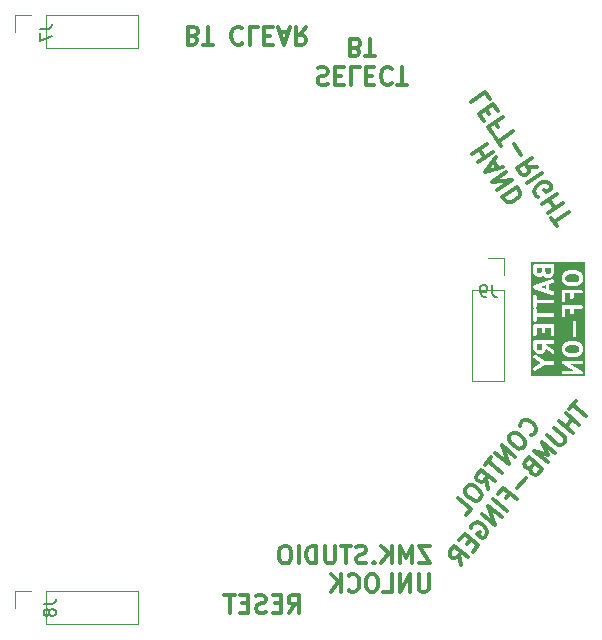
<source format=gbr>
G04 #@! TF.GenerationSoftware,KiCad,Pcbnew,9.0.2*
G04 #@! TF.CreationDate,2025-10-10T20:33:48-04:00*
G04 #@! TF.ProjectId,Trackball,54726163-6b62-4616-9c6c-2e6b69636164,rev?*
G04 #@! TF.SameCoordinates,Original*
G04 #@! TF.FileFunction,Legend,Bot*
G04 #@! TF.FilePolarity,Positive*
%FSLAX46Y46*%
G04 Gerber Fmt 4.6, Leading zero omitted, Abs format (unit mm)*
G04 Created by KiCad (PCBNEW 9.0.2) date 2025-10-10 20:33:48*
%MOMM*%
%LPD*%
G01*
G04 APERTURE LIST*
%ADD10C,0.300000*%
%ADD11C,0.150000*%
%ADD12C,0.120000*%
G04 APERTURE END LIST*
D10*
X73435714Y-60285516D02*
X73650000Y-60214087D01*
X73650000Y-60214087D02*
X74007142Y-60214087D01*
X74007142Y-60214087D02*
X74150000Y-60285516D01*
X74150000Y-60285516D02*
X74221428Y-60356944D01*
X74221428Y-60356944D02*
X74292857Y-60499801D01*
X74292857Y-60499801D02*
X74292857Y-60642658D01*
X74292857Y-60642658D02*
X74221428Y-60785516D01*
X74221428Y-60785516D02*
X74150000Y-60856944D01*
X74150000Y-60856944D02*
X74007142Y-60928373D01*
X74007142Y-60928373D02*
X73721428Y-60999801D01*
X73721428Y-60999801D02*
X73578571Y-61071230D01*
X73578571Y-61071230D02*
X73507142Y-61142658D01*
X73507142Y-61142658D02*
X73435714Y-61285516D01*
X73435714Y-61285516D02*
X73435714Y-61428373D01*
X73435714Y-61428373D02*
X73507142Y-61571230D01*
X73507142Y-61571230D02*
X73578571Y-61642658D01*
X73578571Y-61642658D02*
X73721428Y-61714087D01*
X73721428Y-61714087D02*
X74078571Y-61714087D01*
X74078571Y-61714087D02*
X74292857Y-61642658D01*
X74935713Y-60999801D02*
X75435713Y-60999801D01*
X75649999Y-60214087D02*
X74935713Y-60214087D01*
X74935713Y-60214087D02*
X74935713Y-61714087D01*
X74935713Y-61714087D02*
X75649999Y-61714087D01*
X77007142Y-60214087D02*
X76292856Y-60214087D01*
X76292856Y-60214087D02*
X76292856Y-61714087D01*
X77507142Y-60999801D02*
X78007142Y-60999801D01*
X78221428Y-60214087D02*
X77507142Y-60214087D01*
X77507142Y-60214087D02*
X77507142Y-61714087D01*
X77507142Y-61714087D02*
X78221428Y-61714087D01*
X79721428Y-60356944D02*
X79650000Y-60285516D01*
X79650000Y-60285516D02*
X79435714Y-60214087D01*
X79435714Y-60214087D02*
X79292857Y-60214087D01*
X79292857Y-60214087D02*
X79078571Y-60285516D01*
X79078571Y-60285516D02*
X78935714Y-60428373D01*
X78935714Y-60428373D02*
X78864285Y-60571230D01*
X78864285Y-60571230D02*
X78792857Y-60856944D01*
X78792857Y-60856944D02*
X78792857Y-61071230D01*
X78792857Y-61071230D02*
X78864285Y-61356944D01*
X78864285Y-61356944D02*
X78935714Y-61499801D01*
X78935714Y-61499801D02*
X79078571Y-61642658D01*
X79078571Y-61642658D02*
X79292857Y-61714087D01*
X79292857Y-61714087D02*
X79435714Y-61714087D01*
X79435714Y-61714087D02*
X79650000Y-61642658D01*
X79650000Y-61642658D02*
X79721428Y-61571230D01*
X80150000Y-61714087D02*
X81007143Y-61714087D01*
X80578571Y-60214087D02*
X80578571Y-61714087D01*
X76685714Y-58584885D02*
X76900000Y-58513457D01*
X76900000Y-58513457D02*
X76971429Y-58442028D01*
X76971429Y-58442028D02*
X77042857Y-58299171D01*
X77042857Y-58299171D02*
X77042857Y-58084885D01*
X77042857Y-58084885D02*
X76971429Y-57942028D01*
X76971429Y-57942028D02*
X76900000Y-57870600D01*
X76900000Y-57870600D02*
X76757143Y-57799171D01*
X76757143Y-57799171D02*
X76185714Y-57799171D01*
X76185714Y-57799171D02*
X76185714Y-59299171D01*
X76185714Y-59299171D02*
X76685714Y-59299171D01*
X76685714Y-59299171D02*
X76828572Y-59227742D01*
X76828572Y-59227742D02*
X76900000Y-59156314D01*
X76900000Y-59156314D02*
X76971429Y-59013457D01*
X76971429Y-59013457D02*
X76971429Y-58870600D01*
X76971429Y-58870600D02*
X76900000Y-58727742D01*
X76900000Y-58727742D02*
X76828572Y-58656314D01*
X76828572Y-58656314D02*
X76685714Y-58584885D01*
X76685714Y-58584885D02*
X76185714Y-58584885D01*
X77471429Y-59299171D02*
X78328572Y-59299171D01*
X77900000Y-57799171D02*
X77900000Y-59299171D01*
X91494425Y-91400485D02*
X91595056Y-91391681D01*
X91595056Y-91391681D02*
X91787513Y-91273442D01*
X91787513Y-91273442D02*
X91879340Y-91164007D01*
X91879340Y-91164007D02*
X91962363Y-90953941D01*
X91962363Y-90953941D02*
X91944755Y-90752680D01*
X91944755Y-90752680D02*
X91881233Y-90606135D01*
X91881233Y-90606135D02*
X91708277Y-90367764D01*
X91708277Y-90367764D02*
X91544124Y-90230024D01*
X91544124Y-90230024D02*
X91279341Y-90101088D01*
X91279341Y-90101088D02*
X91123993Y-90063979D01*
X91123993Y-90063979D02*
X90922731Y-90081587D01*
X90922731Y-90081587D02*
X90730273Y-90199826D01*
X90730273Y-90199826D02*
X90638447Y-90309261D01*
X90638447Y-90309261D02*
X90555424Y-90519326D01*
X90555424Y-90519326D02*
X90564228Y-90619957D01*
X89857919Y-91239457D02*
X89674265Y-91458327D01*
X89674265Y-91458327D02*
X89637156Y-91613676D01*
X89637156Y-91613676D02*
X89654764Y-91814937D01*
X89654764Y-91814937D02*
X89827720Y-92053308D01*
X89827720Y-92053308D02*
X90210743Y-92374702D01*
X90210743Y-92374702D02*
X90475526Y-92503638D01*
X90475526Y-92503638D02*
X90676788Y-92486030D01*
X90676788Y-92486030D02*
X90823332Y-92422509D01*
X90823332Y-92422509D02*
X91006986Y-92203639D01*
X91006986Y-92203639D02*
X91044095Y-92048291D01*
X91044095Y-92048291D02*
X91026487Y-91847029D01*
X91026487Y-91847029D02*
X90853530Y-91608658D01*
X90853530Y-91608658D02*
X90470508Y-91287264D01*
X90470508Y-91287264D02*
X90205725Y-91158328D01*
X90205725Y-91158328D02*
X90004463Y-91175936D01*
X90004463Y-91175936D02*
X89857919Y-91239457D01*
X90180544Y-93188553D02*
X89031477Y-92224372D01*
X89031477Y-92224372D02*
X89629583Y-93845163D01*
X89629583Y-93845163D02*
X88480517Y-92880982D01*
X88159122Y-93264004D02*
X87608162Y-93920614D01*
X89032709Y-94556490D02*
X87883642Y-93592309D01*
X87884874Y-95924427D02*
X87659093Y-95082271D01*
X88435835Y-95267817D02*
X87286768Y-94303636D01*
X87286768Y-94303636D02*
X86919461Y-94741375D01*
X86919461Y-94741375D02*
X86882351Y-94896724D01*
X86882351Y-94896724D02*
X86891155Y-94997355D01*
X86891155Y-94997355D02*
X86954677Y-95143899D01*
X86954677Y-95143899D02*
X87118829Y-95281639D01*
X87118829Y-95281639D02*
X87274178Y-95318748D01*
X87274178Y-95318748D02*
X87374809Y-95309944D01*
X87374809Y-95309944D02*
X87521353Y-95246423D01*
X87521353Y-95246423D02*
X87888660Y-94808683D01*
X86138933Y-95671572D02*
X85955279Y-95890442D01*
X85955279Y-95890442D02*
X85918170Y-96045790D01*
X85918170Y-96045790D02*
X85935778Y-96247052D01*
X85935778Y-96247052D02*
X86108735Y-96485423D01*
X86108735Y-96485423D02*
X86491757Y-96806817D01*
X86491757Y-96806817D02*
X86756540Y-96935753D01*
X86756540Y-96935753D02*
X86957802Y-96918145D01*
X86957802Y-96918145D02*
X87104346Y-96854624D01*
X87104346Y-96854624D02*
X87288000Y-96635754D01*
X87288000Y-96635754D02*
X87325109Y-96480405D01*
X87325109Y-96480405D02*
X87307501Y-96279144D01*
X87307501Y-96279144D02*
X87134544Y-96040773D01*
X87134544Y-96040773D02*
X86751522Y-95719379D01*
X86751522Y-95719379D02*
X86486739Y-95590443D01*
X86486739Y-95590443D02*
X86285477Y-95608051D01*
X86285477Y-95608051D02*
X86138933Y-95671572D01*
X86002424Y-98167843D02*
X86461558Y-97620668D01*
X86461558Y-97620668D02*
X85312491Y-96656487D01*
X95312054Y-88496415D02*
X94761093Y-89153024D01*
X96185640Y-89788901D02*
X95036573Y-88824719D01*
X95588766Y-90500228D02*
X94439699Y-89536046D01*
X94986874Y-89995180D02*
X94435913Y-90651790D01*
X95037805Y-91156837D02*
X93888739Y-90192656D01*
X93429604Y-90739831D02*
X94359801Y-91520359D01*
X94359801Y-91520359D02*
X94423323Y-91666903D01*
X94423323Y-91666903D02*
X94432127Y-91767534D01*
X94432127Y-91767534D02*
X94395017Y-91922882D01*
X94395017Y-91922882D02*
X94211364Y-92141752D01*
X94211364Y-92141752D02*
X94064819Y-92205273D01*
X94064819Y-92205273D02*
X93964189Y-92214077D01*
X93964189Y-92214077D02*
X93808840Y-92176968D01*
X93808840Y-92176968D02*
X92878643Y-91396440D01*
X93568576Y-92907797D02*
X92419509Y-91943615D01*
X92419509Y-91943615D02*
X92918877Y-93015339D01*
X92918877Y-93015339D02*
X91776722Y-92709660D01*
X91776722Y-92709660D02*
X92925788Y-93673841D01*
X91543368Y-94098991D02*
X91460345Y-94309057D01*
X91460345Y-94309057D02*
X91469150Y-94409687D01*
X91469150Y-94409687D02*
X91532671Y-94556232D01*
X91532671Y-94556232D02*
X91696823Y-94693972D01*
X91696823Y-94693972D02*
X91852172Y-94731081D01*
X91852172Y-94731081D02*
X91952803Y-94722277D01*
X91952803Y-94722277D02*
X92099347Y-94658756D01*
X92099347Y-94658756D02*
X92466654Y-94221016D01*
X92466654Y-94221016D02*
X91317587Y-93256835D01*
X91317587Y-93256835D02*
X90996194Y-93639857D01*
X90996194Y-93639857D02*
X90959084Y-93795205D01*
X90959084Y-93795205D02*
X90967888Y-93895836D01*
X90967888Y-93895836D02*
X91031410Y-94042380D01*
X91031410Y-94042380D02*
X91140845Y-94134207D01*
X91140845Y-94134207D02*
X91296193Y-94171316D01*
X91296193Y-94171316D02*
X91396824Y-94162512D01*
X91396824Y-94162512D02*
X91543368Y-94098991D01*
X91543368Y-94098991D02*
X91864762Y-93715969D01*
X91064733Y-95002775D02*
X90330119Y-95878255D01*
X89385438Y-96670712D02*
X89706832Y-96287689D01*
X90308724Y-96792737D02*
X89159657Y-95828555D01*
X89159657Y-95828555D02*
X88700523Y-96375730D01*
X89482283Y-97777651D02*
X88333216Y-96813469D01*
X89023149Y-98324826D02*
X87874082Y-97360644D01*
X87874082Y-97360644D02*
X88472188Y-98981435D01*
X88472188Y-98981435D02*
X87323121Y-98017254D01*
X86413657Y-99212234D02*
X86450767Y-99056886D01*
X86450767Y-99056886D02*
X86588507Y-98892733D01*
X86588507Y-98892733D02*
X86780964Y-98774494D01*
X86780964Y-98774494D02*
X86982226Y-98756886D01*
X86982226Y-98756886D02*
X87137574Y-98793996D01*
X87137574Y-98793996D02*
X87402358Y-98922932D01*
X87402358Y-98922932D02*
X87566510Y-99060672D01*
X87566510Y-99060672D02*
X87739467Y-99299043D01*
X87739467Y-99299043D02*
X87802988Y-99445587D01*
X87802988Y-99445587D02*
X87820596Y-99646849D01*
X87820596Y-99646849D02*
X87737573Y-99856915D01*
X87737573Y-99856915D02*
X87645747Y-99966350D01*
X87645747Y-99966350D02*
X87453289Y-100084589D01*
X87453289Y-100084589D02*
X87352658Y-100093393D01*
X87352658Y-100093393D02*
X86969636Y-99771999D01*
X86969636Y-99771999D02*
X87153289Y-99553129D01*
X86446980Y-100172629D02*
X86125587Y-100555652D01*
X86589738Y-101224851D02*
X87048872Y-100677677D01*
X87048872Y-100677677D02*
X85899806Y-99713495D01*
X85899806Y-99713495D02*
X85440672Y-100260670D01*
X85625557Y-102373918D02*
X85399776Y-101531762D01*
X86176518Y-101717309D02*
X85027451Y-100753127D01*
X85027451Y-100753127D02*
X84660144Y-101190867D01*
X84660144Y-101190867D02*
X84623034Y-101346215D01*
X84623034Y-101346215D02*
X84631839Y-101446846D01*
X84631839Y-101446846D02*
X84695360Y-101593390D01*
X84695360Y-101593390D02*
X84859512Y-101731130D01*
X84859512Y-101731130D02*
X85014861Y-101768240D01*
X85014861Y-101768240D02*
X85115492Y-101759436D01*
X85115492Y-101759436D02*
X85262036Y-101695914D01*
X85262036Y-101695914D02*
X85629343Y-101258175D01*
X62935714Y-57584885D02*
X63150000Y-57513457D01*
X63150000Y-57513457D02*
X63221429Y-57442028D01*
X63221429Y-57442028D02*
X63292857Y-57299171D01*
X63292857Y-57299171D02*
X63292857Y-57084885D01*
X63292857Y-57084885D02*
X63221429Y-56942028D01*
X63221429Y-56942028D02*
X63150000Y-56870600D01*
X63150000Y-56870600D02*
X63007143Y-56799171D01*
X63007143Y-56799171D02*
X62435714Y-56799171D01*
X62435714Y-56799171D02*
X62435714Y-58299171D01*
X62435714Y-58299171D02*
X62935714Y-58299171D01*
X62935714Y-58299171D02*
X63078572Y-58227742D01*
X63078572Y-58227742D02*
X63150000Y-58156314D01*
X63150000Y-58156314D02*
X63221429Y-58013457D01*
X63221429Y-58013457D02*
X63221429Y-57870600D01*
X63221429Y-57870600D02*
X63150000Y-57727742D01*
X63150000Y-57727742D02*
X63078572Y-57656314D01*
X63078572Y-57656314D02*
X62935714Y-57584885D01*
X62935714Y-57584885D02*
X62435714Y-57584885D01*
X63721429Y-58299171D02*
X64578572Y-58299171D01*
X64150000Y-56799171D02*
X64150000Y-58299171D01*
X67078571Y-56942028D02*
X67007143Y-56870600D01*
X67007143Y-56870600D02*
X66792857Y-56799171D01*
X66792857Y-56799171D02*
X66650000Y-56799171D01*
X66650000Y-56799171D02*
X66435714Y-56870600D01*
X66435714Y-56870600D02*
X66292857Y-57013457D01*
X66292857Y-57013457D02*
X66221428Y-57156314D01*
X66221428Y-57156314D02*
X66150000Y-57442028D01*
X66150000Y-57442028D02*
X66150000Y-57656314D01*
X66150000Y-57656314D02*
X66221428Y-57942028D01*
X66221428Y-57942028D02*
X66292857Y-58084885D01*
X66292857Y-58084885D02*
X66435714Y-58227742D01*
X66435714Y-58227742D02*
X66650000Y-58299171D01*
X66650000Y-58299171D02*
X66792857Y-58299171D01*
X66792857Y-58299171D02*
X67007143Y-58227742D01*
X67007143Y-58227742D02*
X67078571Y-58156314D01*
X68435714Y-56799171D02*
X67721428Y-56799171D01*
X67721428Y-56799171D02*
X67721428Y-58299171D01*
X68935714Y-57584885D02*
X69435714Y-57584885D01*
X69650000Y-56799171D02*
X68935714Y-56799171D01*
X68935714Y-56799171D02*
X68935714Y-58299171D01*
X68935714Y-58299171D02*
X69650000Y-58299171D01*
X70221429Y-57227742D02*
X70935715Y-57227742D01*
X70078572Y-56799171D02*
X70578572Y-58299171D01*
X70578572Y-58299171D02*
X71078572Y-56799171D01*
X72435714Y-56799171D02*
X71935714Y-57513457D01*
X71578571Y-56799171D02*
X71578571Y-58299171D01*
X71578571Y-58299171D02*
X72150000Y-58299171D01*
X72150000Y-58299171D02*
X72292857Y-58227742D01*
X72292857Y-58227742D02*
X72364286Y-58156314D01*
X72364286Y-58156314D02*
X72435714Y-58013457D01*
X72435714Y-58013457D02*
X72435714Y-57799171D01*
X72435714Y-57799171D02*
X72364286Y-57656314D01*
X72364286Y-57656314D02*
X72292857Y-57584885D01*
X72292857Y-57584885D02*
X72150000Y-57513457D01*
X72150000Y-57513457D02*
X71578571Y-57513457D01*
X87763269Y-66713732D02*
X86534541Y-67574097D01*
X87119649Y-67164399D02*
X87611286Y-67866529D01*
X88254906Y-67415862D02*
X87026178Y-68276227D01*
X88272569Y-68188279D02*
X88682266Y-68773387D01*
X88541694Y-67825439D02*
X87599755Y-69095379D01*
X87599755Y-69095379D02*
X89115271Y-68644591D01*
X89402059Y-69054166D02*
X88173331Y-69914531D01*
X88173331Y-69914531D02*
X89893696Y-69756297D01*
X89893696Y-69756297D02*
X88664968Y-70616661D01*
X90303393Y-70341406D02*
X89074665Y-71201770D01*
X89074665Y-71201770D02*
X89279514Y-71494325D01*
X89279514Y-71494325D02*
X89460934Y-71628888D01*
X89460934Y-71628888D02*
X89659895Y-71663970D01*
X89659895Y-71663970D02*
X89817887Y-71640541D01*
X89817887Y-71640541D02*
X90092900Y-71535173D01*
X90092900Y-71535173D02*
X90268433Y-71412264D01*
X90268433Y-71412264D02*
X90461506Y-71189874D01*
X90461506Y-71189874D02*
X90537558Y-71049424D01*
X90537558Y-71049424D02*
X90572641Y-70850462D01*
X90572641Y-70850462D02*
X90508242Y-70633960D01*
X90508242Y-70633960D02*
X90303393Y-70341406D01*
X88041208Y-62900393D02*
X87631510Y-62315284D01*
X87631510Y-62315284D02*
X86402782Y-63175649D01*
X87684377Y-63760636D02*
X87971165Y-64170212D01*
X88737694Y-63895077D02*
X88327996Y-63309969D01*
X88327996Y-63309969D02*
X87099268Y-64170333D01*
X87099268Y-64170333D02*
X87508966Y-64755442D01*
X88749590Y-65281918D02*
X88462802Y-64872342D01*
X89106421Y-64421675D02*
X87877693Y-65282040D01*
X87877693Y-65282040D02*
X88287391Y-65867149D01*
X88492239Y-66159703D02*
X88983876Y-66861833D01*
X89966786Y-65650403D02*
X88738058Y-66510768D01*
X90031306Y-66738802D02*
X90686822Y-67674976D01*
X92056243Y-68634457D02*
X91184346Y-68634578D01*
X91564606Y-67932327D02*
X90335878Y-68792691D01*
X90335878Y-68792691D02*
X90663636Y-69260778D01*
X90663636Y-69260778D02*
X90804086Y-69336830D01*
X90804086Y-69336830D02*
X90903567Y-69354371D01*
X90903567Y-69354371D02*
X91061558Y-69330943D01*
X91061558Y-69330943D02*
X91237091Y-69208033D01*
X91237091Y-69208033D02*
X91313143Y-69067583D01*
X91313143Y-69067583D02*
X91330684Y-68968102D01*
X91330684Y-68968102D02*
X91307255Y-68810111D01*
X91307255Y-68810111D02*
X90979497Y-68342024D01*
X92424971Y-69161055D02*
X91196243Y-70021419D01*
X92115118Y-71209178D02*
X91974668Y-71133126D01*
X91974668Y-71133126D02*
X91851759Y-70957593D01*
X91851759Y-70957593D02*
X91787360Y-70741091D01*
X91787360Y-70741091D02*
X91822442Y-70542130D01*
X91822442Y-70542130D02*
X91898494Y-70401679D01*
X91898494Y-70401679D02*
X92091568Y-70179290D01*
X92091568Y-70179290D02*
X92267101Y-70056380D01*
X92267101Y-70056380D02*
X92542114Y-69951012D01*
X92542114Y-69951012D02*
X92700105Y-69927584D01*
X92700105Y-69927584D02*
X92899067Y-69962666D01*
X92899067Y-69962666D02*
X93080487Y-70097229D01*
X93080487Y-70097229D02*
X93162426Y-70214250D01*
X93162426Y-70214250D02*
X93226825Y-70430753D01*
X93226825Y-70430753D02*
X93209283Y-70530233D01*
X93209283Y-70530233D02*
X92799707Y-70817022D01*
X92799707Y-70817022D02*
X92635828Y-70582978D01*
X93695033Y-70974892D02*
X92466305Y-71835256D01*
X93051413Y-71425559D02*
X93543050Y-72127689D01*
X94186670Y-71677022D02*
X92957942Y-72537387D01*
X93244730Y-72946963D02*
X93736367Y-73649093D01*
X94719277Y-72437663D02*
X93490549Y-73298028D01*
G36*
X95466997Y-83782157D02*
G01*
X95563264Y-83878424D01*
X95607971Y-83967837D01*
X95607971Y-84182732D01*
X95563264Y-84272144D01*
X95466997Y-84368411D01*
X95239506Y-84425285D01*
X94776435Y-84425285D01*
X94548944Y-84368411D01*
X94452678Y-84272145D01*
X94407971Y-84182731D01*
X94407971Y-83967838D01*
X94452678Y-83878424D01*
X94548945Y-83782157D01*
X94776435Y-83725285D01*
X95239507Y-83725285D01*
X95466997Y-83782157D01*
G37*
G36*
X92478769Y-84004161D02*
G01*
X92434062Y-84093574D01*
X92397057Y-84130579D01*
X92307645Y-84175285D01*
X92164179Y-84175285D01*
X92074766Y-84130579D01*
X92037762Y-84093575D01*
X91993055Y-84004160D01*
X91993055Y-83618142D01*
X92478769Y-83618142D01*
X92478769Y-84004161D01*
G37*
G36*
X92764484Y-78974315D02*
G01*
X92317395Y-78825286D01*
X92764484Y-78676256D01*
X92764484Y-78974315D01*
G37*
G36*
X95466997Y-77782157D02*
G01*
X95563264Y-77878424D01*
X95607971Y-77967837D01*
X95607971Y-78182732D01*
X95563264Y-78272144D01*
X95466997Y-78368411D01*
X95239506Y-78425285D01*
X94776435Y-78425285D01*
X94548944Y-78368411D01*
X94452678Y-78272145D01*
X94407971Y-78182731D01*
X94407971Y-77967838D01*
X94452678Y-77878424D01*
X94548945Y-77782157D01*
X94776435Y-77725285D01*
X95239507Y-77725285D01*
X95466997Y-77782157D01*
G37*
G36*
X93193055Y-77575590D02*
G01*
X93148348Y-77665003D01*
X93111343Y-77702008D01*
X93021931Y-77746714D01*
X92878465Y-77746714D01*
X92789051Y-77702007D01*
X92759874Y-77672830D01*
X92707341Y-77515228D01*
X92707341Y-77189571D01*
X93193055Y-77189571D01*
X93193055Y-77575590D01*
G37*
G36*
X92407341Y-77504161D02*
G01*
X92362634Y-77593575D01*
X92325630Y-77630578D01*
X92236217Y-77675286D01*
X92164179Y-77675286D01*
X92074766Y-77630579D01*
X92037762Y-77593575D01*
X91993055Y-77504161D01*
X91993055Y-77189571D01*
X92407341Y-77189571D01*
X92407341Y-77504161D01*
G37*
G36*
X96074638Y-86391952D02*
G01*
X91526388Y-86391952D01*
X91526388Y-84757205D01*
X91693092Y-84757205D01*
X91705789Y-84814337D01*
X91739382Y-84862264D01*
X91762524Y-84880406D01*
X92349374Y-85253857D01*
X91762524Y-85627308D01*
X91739382Y-85645450D01*
X91705789Y-85693377D01*
X91693092Y-85750509D01*
X91703226Y-85808152D01*
X91734648Y-85857530D01*
X91782575Y-85891123D01*
X91839707Y-85903820D01*
X91897350Y-85893686D01*
X91923586Y-85880406D01*
X92672448Y-85403857D01*
X93343055Y-85403857D01*
X93372319Y-85400975D01*
X93426391Y-85378577D01*
X93467775Y-85337193D01*
X93490173Y-85283121D01*
X93490173Y-85228619D01*
X94108337Y-85228619D01*
X94110853Y-85237843D01*
X94110853Y-85247406D01*
X94118488Y-85265838D01*
X94123737Y-85285083D01*
X94129591Y-85292642D01*
X94133251Y-85301478D01*
X94147358Y-85315585D01*
X94159572Y-85331357D01*
X94171835Y-85340062D01*
X94174635Y-85342862D01*
X94177382Y-85344000D01*
X94183550Y-85348378D01*
X95193136Y-85925285D01*
X94257971Y-85925285D01*
X94228707Y-85928167D01*
X94174635Y-85950565D01*
X94133251Y-85991949D01*
X94110853Y-86046021D01*
X94110853Y-86104549D01*
X94133251Y-86158621D01*
X94174635Y-86200005D01*
X94228707Y-86222403D01*
X94257971Y-86225285D01*
X95757971Y-86225285D01*
X95765497Y-86224543D01*
X95768449Y-86224919D01*
X95772270Y-86223876D01*
X95787235Y-86222403D01*
X95805667Y-86214767D01*
X95824912Y-86209519D01*
X95832471Y-86203664D01*
X95841307Y-86200005D01*
X95855414Y-86185897D01*
X95871186Y-86173684D01*
X95875930Y-86165381D01*
X95882691Y-86158621D01*
X95890325Y-86140190D01*
X95900224Y-86122868D01*
X95901429Y-86113382D01*
X95905089Y-86104549D01*
X95905089Y-86084599D01*
X95907605Y-86064808D01*
X95905089Y-86055582D01*
X95905089Y-86046021D01*
X95897455Y-86027592D01*
X95892206Y-86008344D01*
X95886349Y-86000782D01*
X95882691Y-85991949D01*
X95868585Y-85977843D01*
X95856370Y-85962070D01*
X95844106Y-85953364D01*
X95841307Y-85950565D01*
X95838559Y-85949426D01*
X95832392Y-85945049D01*
X94822805Y-85368142D01*
X95757971Y-85368142D01*
X95787235Y-85365260D01*
X95841307Y-85342862D01*
X95882691Y-85301478D01*
X95905089Y-85247406D01*
X95905089Y-85188878D01*
X95882691Y-85134806D01*
X95841307Y-85093422D01*
X95787235Y-85071024D01*
X95757971Y-85068142D01*
X94257971Y-85068142D01*
X94250445Y-85068883D01*
X94247494Y-85068508D01*
X94243673Y-85069550D01*
X94228707Y-85071024D01*
X94210274Y-85078659D01*
X94191030Y-85083908D01*
X94183470Y-85089762D01*
X94174635Y-85093422D01*
X94160527Y-85107529D01*
X94144756Y-85119743D01*
X94140011Y-85128045D01*
X94133251Y-85134806D01*
X94125616Y-85153236D01*
X94115718Y-85170559D01*
X94114512Y-85180044D01*
X94110853Y-85188878D01*
X94110853Y-85208827D01*
X94108337Y-85228619D01*
X93490173Y-85228619D01*
X93490173Y-85224593D01*
X93467775Y-85170521D01*
X93426391Y-85129137D01*
X93372319Y-85106739D01*
X93343055Y-85103857D01*
X92672448Y-85103857D01*
X91923586Y-84627308D01*
X91897350Y-84614028D01*
X91839707Y-84603894D01*
X91782575Y-84616591D01*
X91734648Y-84650184D01*
X91703226Y-84699562D01*
X91693092Y-84757205D01*
X91526388Y-84757205D01*
X91526388Y-83468142D01*
X91693055Y-83468142D01*
X91693055Y-84039571D01*
X91695937Y-84068835D01*
X91698000Y-84073815D01*
X91698382Y-84079190D01*
X91708891Y-84106653D01*
X91780320Y-84249510D01*
X91788248Y-84262105D01*
X91789763Y-84265762D01*
X91793142Y-84269879D01*
X91795985Y-84274396D01*
X91798979Y-84276993D01*
X91808417Y-84288493D01*
X91879845Y-84359922D01*
X91891350Y-84369364D01*
X91893945Y-84372356D01*
X91898455Y-84375195D01*
X91902576Y-84378577D01*
X91906235Y-84380092D01*
X91918830Y-84388021D01*
X92061688Y-84459449D01*
X92089151Y-84469959D01*
X92094526Y-84470340D01*
X92099505Y-84472403D01*
X92128769Y-84475285D01*
X92343055Y-84475285D01*
X92372319Y-84472403D01*
X92377297Y-84470340D01*
X92382673Y-84469959D01*
X92410137Y-84459449D01*
X92552994Y-84388021D01*
X92565587Y-84380093D01*
X92569247Y-84378578D01*
X92573366Y-84375196D01*
X92577880Y-84372356D01*
X92580476Y-84369362D01*
X92591978Y-84359923D01*
X92663407Y-84288494D01*
X92672848Y-84276989D01*
X92675840Y-84274395D01*
X92678678Y-84269885D01*
X92682062Y-84265763D01*
X92683578Y-84262101D01*
X92691505Y-84249510D01*
X92762933Y-84106652D01*
X92764247Y-84103217D01*
X93257036Y-84448170D01*
X93282662Y-84462591D01*
X93339804Y-84475250D01*
X93397440Y-84465079D01*
X93446797Y-84433626D01*
X93480361Y-84385678D01*
X93493020Y-84328536D01*
X93482849Y-84270900D01*
X93451396Y-84221543D01*
X93429074Y-84202400D01*
X93043400Y-83932428D01*
X94107971Y-83932428D01*
X94107971Y-84218142D01*
X94110853Y-84247406D01*
X94112916Y-84252386D01*
X94113298Y-84257761D01*
X94123807Y-84285224D01*
X94195236Y-84428081D01*
X94203163Y-84440674D01*
X94204679Y-84444334D01*
X94208060Y-84448453D01*
X94210901Y-84452967D01*
X94213894Y-84455563D01*
X94223334Y-84467065D01*
X94366191Y-84609922D01*
X94388921Y-84628577D01*
X94399224Y-84632844D01*
X94408185Y-84639484D01*
X94435876Y-84649377D01*
X94721590Y-84720806D01*
X94726662Y-84721556D01*
X94728707Y-84722403D01*
X94739726Y-84723488D01*
X94750679Y-84725108D01*
X94752867Y-84724782D01*
X94757971Y-84725285D01*
X95257971Y-84725285D01*
X95263074Y-84724782D01*
X95265262Y-84725108D01*
X95276213Y-84723488D01*
X95287235Y-84722403D01*
X95289279Y-84721556D01*
X95294352Y-84720806D01*
X95580065Y-84649377D01*
X95607756Y-84639484D01*
X95616716Y-84632844D01*
X95627020Y-84628577D01*
X95649751Y-84609922D01*
X95792609Y-84467065D01*
X95802052Y-84455558D01*
X95805042Y-84452966D01*
X95807878Y-84448460D01*
X95811264Y-84444335D01*
X95812781Y-84440671D01*
X95820707Y-84428081D01*
X95892135Y-84285223D01*
X95902645Y-84257760D01*
X95903026Y-84252384D01*
X95905089Y-84247406D01*
X95907971Y-84218142D01*
X95907971Y-83932428D01*
X95905089Y-83903164D01*
X95903026Y-83898185D01*
X95902645Y-83892810D01*
X95892135Y-83865347D01*
X95820707Y-83722489D01*
X95812780Y-83709897D01*
X95811264Y-83706236D01*
X95807880Y-83702113D01*
X95805042Y-83697604D01*
X95802050Y-83695009D01*
X95792609Y-83683505D01*
X95649751Y-83540647D01*
X95627020Y-83521992D01*
X95616716Y-83517724D01*
X95607756Y-83511085D01*
X95580065Y-83501192D01*
X95294351Y-83429764D01*
X95289279Y-83429014D01*
X95287235Y-83428167D01*
X95276212Y-83427081D01*
X95265262Y-83425462D01*
X95263074Y-83425787D01*
X95257971Y-83425285D01*
X94757971Y-83425285D01*
X94752867Y-83425787D01*
X94750680Y-83425462D01*
X94739729Y-83427081D01*
X94728707Y-83428167D01*
X94726662Y-83429014D01*
X94721591Y-83429764D01*
X94435877Y-83501192D01*
X94408186Y-83511085D01*
X94399226Y-83517723D01*
X94388921Y-83521992D01*
X94366191Y-83540647D01*
X94223334Y-83683505D01*
X94213894Y-83695006D01*
X94210901Y-83697603D01*
X94208060Y-83702116D01*
X94204679Y-83706236D01*
X94203163Y-83709895D01*
X94195236Y-83722489D01*
X94123807Y-83865346D01*
X94113298Y-83892809D01*
X94112916Y-83898183D01*
X94110853Y-83903164D01*
X94107971Y-83932428D01*
X93043400Y-83932428D01*
X92778769Y-83747186D01*
X92778769Y-83618142D01*
X93343055Y-83618142D01*
X93372319Y-83615260D01*
X93426391Y-83592862D01*
X93467775Y-83551478D01*
X93490173Y-83497406D01*
X93490173Y-83438878D01*
X93467775Y-83384806D01*
X93426391Y-83343422D01*
X93372319Y-83321024D01*
X93343055Y-83318142D01*
X91843055Y-83318142D01*
X91813791Y-83321024D01*
X91759719Y-83343422D01*
X91718335Y-83384806D01*
X91695937Y-83438878D01*
X91693055Y-83468142D01*
X91526388Y-83468142D01*
X91526388Y-82110999D01*
X91693055Y-82110999D01*
X91693055Y-82825285D01*
X91695937Y-82854549D01*
X91718335Y-82908621D01*
X91759719Y-82950005D01*
X91813791Y-82972403D01*
X91872319Y-82972403D01*
X91926391Y-82950005D01*
X91967775Y-82908621D01*
X91990173Y-82854549D01*
X91993055Y-82825285D01*
X91993055Y-82260999D01*
X92407341Y-82260999D01*
X92407341Y-82610999D01*
X92410223Y-82640263D01*
X92432621Y-82694335D01*
X92474005Y-82735719D01*
X92528077Y-82758117D01*
X92586605Y-82758117D01*
X92640677Y-82735719D01*
X92682061Y-82694335D01*
X92704459Y-82640263D01*
X92707341Y-82610999D01*
X92707341Y-82260999D01*
X93193055Y-82260999D01*
X93193055Y-82825285D01*
X93195937Y-82854549D01*
X93218335Y-82908621D01*
X93259719Y-82950005D01*
X93313791Y-82972403D01*
X93372319Y-82972403D01*
X93426391Y-82950005D01*
X93467775Y-82908621D01*
X93490173Y-82854549D01*
X93493055Y-82825285D01*
X93493055Y-82110999D01*
X93490173Y-82081735D01*
X93467775Y-82027663D01*
X93426391Y-81986279D01*
X93372319Y-81963881D01*
X93343055Y-81960999D01*
X91843055Y-81960999D01*
X91813791Y-81963881D01*
X91759719Y-81986279D01*
X91718335Y-82027663D01*
X91695937Y-82081735D01*
X91693055Y-82110999D01*
X91526388Y-82110999D01*
X91526388Y-81789570D01*
X95036543Y-81789570D01*
X95036543Y-82932428D01*
X95039425Y-82961692D01*
X95061823Y-83015764D01*
X95103207Y-83057148D01*
X95157279Y-83079546D01*
X95215807Y-83079546D01*
X95269879Y-83057148D01*
X95311263Y-83015764D01*
X95333661Y-82961692D01*
X95336543Y-82932428D01*
X95336543Y-81789570D01*
X95333661Y-81760306D01*
X95311263Y-81706234D01*
X95269879Y-81664850D01*
X95215807Y-81642452D01*
X95157279Y-81642452D01*
X95103207Y-81664850D01*
X95061823Y-81706234D01*
X95039425Y-81760306D01*
X95036543Y-81789570D01*
X91526388Y-81789570D01*
X91526388Y-79611000D01*
X91693055Y-79611000D01*
X91693055Y-80468143D01*
X91695937Y-80497407D01*
X91718335Y-80551479D01*
X91759719Y-80592863D01*
X91803504Y-80611000D01*
X91759719Y-80629137D01*
X91718335Y-80670521D01*
X91695937Y-80724593D01*
X91693055Y-80753857D01*
X91693055Y-81611000D01*
X91695937Y-81640264D01*
X91718335Y-81694336D01*
X91759719Y-81735720D01*
X91813791Y-81758118D01*
X91872319Y-81758118D01*
X91926391Y-81735720D01*
X91967775Y-81694336D01*
X91990173Y-81640264D01*
X91993055Y-81611000D01*
X91993055Y-81332428D01*
X93343055Y-81332428D01*
X93372319Y-81329546D01*
X93426391Y-81307148D01*
X93467775Y-81265764D01*
X93490173Y-81211692D01*
X93490173Y-81153164D01*
X93467775Y-81099092D01*
X93426391Y-81057708D01*
X93372319Y-81035310D01*
X93343055Y-81032428D01*
X91993055Y-81032428D01*
X91993055Y-80753857D01*
X91990173Y-80724593D01*
X91967775Y-80670521D01*
X91926391Y-80629137D01*
X91882605Y-80611000D01*
X91926391Y-80592863D01*
X91967775Y-80551479D01*
X91987502Y-80503856D01*
X94107971Y-80503856D01*
X94107971Y-81218142D01*
X94110853Y-81247406D01*
X94133251Y-81301478D01*
X94174635Y-81342862D01*
X94228707Y-81365260D01*
X94287235Y-81365260D01*
X94341307Y-81342862D01*
X94382691Y-81301478D01*
X94405089Y-81247406D01*
X94407971Y-81218142D01*
X94407971Y-80653856D01*
X94822257Y-80653856D01*
X94822257Y-81003856D01*
X94825139Y-81033120D01*
X94847537Y-81087192D01*
X94888921Y-81128576D01*
X94942993Y-81150974D01*
X95001521Y-81150974D01*
X95055593Y-81128576D01*
X95096977Y-81087192D01*
X95119375Y-81033120D01*
X95122257Y-81003856D01*
X95122257Y-80653856D01*
X95757971Y-80653856D01*
X95787235Y-80650974D01*
X95841307Y-80628576D01*
X95882691Y-80587192D01*
X95905089Y-80533120D01*
X95905089Y-80474592D01*
X95882691Y-80420520D01*
X95841307Y-80379136D01*
X95787235Y-80356738D01*
X95757971Y-80353856D01*
X94257971Y-80353856D01*
X94228707Y-80356738D01*
X94174635Y-80379136D01*
X94133251Y-80420520D01*
X94110853Y-80474592D01*
X94107971Y-80503856D01*
X91987502Y-80503856D01*
X91990173Y-80497407D01*
X91993055Y-80468143D01*
X91993055Y-80189571D01*
X93343055Y-80189571D01*
X93372319Y-80186689D01*
X93426391Y-80164291D01*
X93467775Y-80122907D01*
X93490173Y-80068835D01*
X93490173Y-80010307D01*
X93467775Y-79956235D01*
X93426391Y-79914851D01*
X93372319Y-79892453D01*
X93343055Y-79889571D01*
X91993055Y-79889571D01*
X91993055Y-79611000D01*
X91990173Y-79581736D01*
X91967775Y-79527664D01*
X91926391Y-79486280D01*
X91872319Y-79463882D01*
X91813791Y-79463882D01*
X91759719Y-79486280D01*
X91718335Y-79527664D01*
X91695937Y-79581736D01*
X91693055Y-79611000D01*
X91526388Y-79611000D01*
X91526388Y-78806525D01*
X91694233Y-78806525D01*
X91695566Y-78825286D01*
X91694233Y-78844047D01*
X91697622Y-78854214D01*
X91698382Y-78864906D01*
X91706793Y-78881729D01*
X91712741Y-78899571D01*
X91719763Y-78907667D01*
X91724556Y-78917253D01*
X91738764Y-78929576D01*
X91751088Y-78943785D01*
X91760673Y-78948577D01*
X91768770Y-78955600D01*
X91795621Y-78967588D01*
X93295621Y-79467589D01*
X93324295Y-79474109D01*
X93382675Y-79469959D01*
X93435022Y-79443785D01*
X93473369Y-79399571D01*
X93491878Y-79344047D01*
X93487728Y-79285667D01*
X93461555Y-79233319D01*
X93444056Y-79218142D01*
X94107971Y-79218142D01*
X94107971Y-79932428D01*
X94110853Y-79961692D01*
X94133251Y-80015764D01*
X94174635Y-80057148D01*
X94228707Y-80079546D01*
X94287235Y-80079546D01*
X94341307Y-80057148D01*
X94382691Y-80015764D01*
X94405089Y-79961692D01*
X94407971Y-79932428D01*
X94407971Y-79368142D01*
X94822257Y-79368142D01*
X94822257Y-79718142D01*
X94825139Y-79747406D01*
X94847537Y-79801478D01*
X94888921Y-79842862D01*
X94942993Y-79865260D01*
X95001521Y-79865260D01*
X95055593Y-79842862D01*
X95096977Y-79801478D01*
X95119375Y-79747406D01*
X95122257Y-79718142D01*
X95122257Y-79368142D01*
X95757971Y-79368142D01*
X95787235Y-79365260D01*
X95841307Y-79342862D01*
X95882691Y-79301478D01*
X95905089Y-79247406D01*
X95905089Y-79188878D01*
X95882691Y-79134806D01*
X95841307Y-79093422D01*
X95787235Y-79071024D01*
X95757971Y-79068142D01*
X94257971Y-79068142D01*
X94228707Y-79071024D01*
X94174635Y-79093422D01*
X94133251Y-79134806D01*
X94110853Y-79188878D01*
X94107971Y-79218142D01*
X93444056Y-79218142D01*
X93417340Y-79194972D01*
X93390489Y-79182984D01*
X93064484Y-79074315D01*
X93064484Y-78576256D01*
X93390489Y-78467588D01*
X93417340Y-78455600D01*
X93461555Y-78417253D01*
X93487728Y-78364905D01*
X93491878Y-78306525D01*
X93473369Y-78251001D01*
X93435022Y-78206787D01*
X93382675Y-78180613D01*
X93324295Y-78176463D01*
X93295621Y-78182983D01*
X91795621Y-78682984D01*
X91768770Y-78694972D01*
X91760673Y-78701994D01*
X91751088Y-78706787D01*
X91738764Y-78720995D01*
X91724556Y-78733319D01*
X91719763Y-78742904D01*
X91712741Y-78751001D01*
X91706793Y-78768842D01*
X91698382Y-78785666D01*
X91697622Y-78796357D01*
X91694233Y-78806525D01*
X91526388Y-78806525D01*
X91526388Y-77039571D01*
X91693055Y-77039571D01*
X91693055Y-77539571D01*
X91695937Y-77568835D01*
X91697998Y-77573812D01*
X91698381Y-77579190D01*
X91708891Y-77606653D01*
X91780320Y-77749511D01*
X91788247Y-77762104D01*
X91789763Y-77765764D01*
X91793144Y-77769883D01*
X91795985Y-77774397D01*
X91798978Y-77776993D01*
X91808418Y-77788495D01*
X91879846Y-77859923D01*
X91891348Y-77869363D01*
X91893944Y-77872356D01*
X91898453Y-77875194D01*
X91902576Y-77878578D01*
X91906238Y-77880094D01*
X91918830Y-77888021D01*
X92061686Y-77959450D01*
X92089150Y-77969959D01*
X92094524Y-77970340D01*
X92099505Y-77972404D01*
X92128769Y-77975286D01*
X92271627Y-77975286D01*
X92300891Y-77972404D01*
X92305871Y-77970340D01*
X92311246Y-77969959D01*
X92338709Y-77959450D01*
X92481566Y-77888021D01*
X92494159Y-77880093D01*
X92497819Y-77878578D01*
X92501938Y-77875196D01*
X92506452Y-77872356D01*
X92509048Y-77869362D01*
X92520550Y-77859923D01*
X92521732Y-77858740D01*
X92522703Y-77859923D01*
X92594132Y-77931352D01*
X92605636Y-77940793D01*
X92608231Y-77943785D01*
X92612740Y-77946623D01*
X92616863Y-77950007D01*
X92620524Y-77951523D01*
X92633116Y-77959450D01*
X92775974Y-78030878D01*
X92803437Y-78041388D01*
X92808812Y-78041769D01*
X92813791Y-78043832D01*
X92843055Y-78046714D01*
X93057341Y-78046714D01*
X93086605Y-78043832D01*
X93091583Y-78041769D01*
X93096959Y-78041388D01*
X93124423Y-78030878D01*
X93267280Y-77959450D01*
X93279873Y-77951522D01*
X93283533Y-77950007D01*
X93287652Y-77946625D01*
X93292166Y-77943785D01*
X93294762Y-77940791D01*
X93304953Y-77932428D01*
X94107971Y-77932428D01*
X94107971Y-78218142D01*
X94110853Y-78247406D01*
X94112916Y-78252386D01*
X94113298Y-78257761D01*
X94123807Y-78285224D01*
X94195236Y-78428081D01*
X94203163Y-78440674D01*
X94204679Y-78444334D01*
X94208060Y-78448453D01*
X94210901Y-78452967D01*
X94213894Y-78455563D01*
X94223334Y-78467065D01*
X94366191Y-78609922D01*
X94388921Y-78628577D01*
X94399224Y-78632844D01*
X94408185Y-78639484D01*
X94435876Y-78649377D01*
X94721590Y-78720806D01*
X94726662Y-78721556D01*
X94728707Y-78722403D01*
X94739726Y-78723488D01*
X94750679Y-78725108D01*
X94752867Y-78724782D01*
X94757971Y-78725285D01*
X95257971Y-78725285D01*
X95263074Y-78724782D01*
X95265262Y-78725108D01*
X95276213Y-78723488D01*
X95287235Y-78722403D01*
X95289279Y-78721556D01*
X95294352Y-78720806D01*
X95580065Y-78649377D01*
X95607756Y-78639484D01*
X95616716Y-78632844D01*
X95627020Y-78628577D01*
X95649751Y-78609922D01*
X95792609Y-78467065D01*
X95802052Y-78455558D01*
X95805042Y-78452966D01*
X95807878Y-78448460D01*
X95811264Y-78444335D01*
X95812781Y-78440671D01*
X95820707Y-78428081D01*
X95892135Y-78285223D01*
X95902645Y-78257760D01*
X95903026Y-78252384D01*
X95905089Y-78247406D01*
X95907971Y-78218142D01*
X95907971Y-77932428D01*
X95905089Y-77903164D01*
X95903026Y-77898185D01*
X95902645Y-77892810D01*
X95892135Y-77865347D01*
X95820707Y-77722489D01*
X95812780Y-77709897D01*
X95811264Y-77706236D01*
X95807880Y-77702113D01*
X95805042Y-77697604D01*
X95802050Y-77695009D01*
X95792609Y-77683505D01*
X95649751Y-77540647D01*
X95627020Y-77521992D01*
X95616716Y-77517724D01*
X95607756Y-77511085D01*
X95580065Y-77501192D01*
X95294351Y-77429764D01*
X95289279Y-77429014D01*
X95287235Y-77428167D01*
X95276212Y-77427081D01*
X95265262Y-77425462D01*
X95263074Y-77425787D01*
X95257971Y-77425285D01*
X94757971Y-77425285D01*
X94752867Y-77425787D01*
X94750680Y-77425462D01*
X94739729Y-77427081D01*
X94728707Y-77428167D01*
X94726662Y-77429014D01*
X94721591Y-77429764D01*
X94435877Y-77501192D01*
X94408186Y-77511085D01*
X94399226Y-77517723D01*
X94388921Y-77521992D01*
X94366191Y-77540647D01*
X94223334Y-77683505D01*
X94213894Y-77695006D01*
X94210901Y-77697603D01*
X94208060Y-77702116D01*
X94204679Y-77706236D01*
X94203163Y-77709895D01*
X94195236Y-77722489D01*
X94123807Y-77865346D01*
X94113298Y-77892809D01*
X94112916Y-77898183D01*
X94110853Y-77903164D01*
X94107971Y-77932428D01*
X93304953Y-77932428D01*
X93306264Y-77931352D01*
X93377693Y-77859923D01*
X93387134Y-77848418D01*
X93390126Y-77845824D01*
X93392964Y-77841314D01*
X93396348Y-77837192D01*
X93397864Y-77833530D01*
X93405791Y-77820939D01*
X93477219Y-77678081D01*
X93487729Y-77650618D01*
X93488110Y-77645242D01*
X93490173Y-77640264D01*
X93493055Y-77611000D01*
X93493055Y-77039571D01*
X93490173Y-77010307D01*
X93467775Y-76956235D01*
X93426391Y-76914851D01*
X93372319Y-76892453D01*
X93343055Y-76889571D01*
X91843055Y-76889571D01*
X91813791Y-76892453D01*
X91759719Y-76914851D01*
X91718335Y-76956235D01*
X91695937Y-77010307D01*
X91693055Y-77039571D01*
X91526388Y-77039571D01*
X91526388Y-76722904D01*
X96074638Y-76722904D01*
X96074638Y-86391952D01*
G37*
X82988346Y-100735912D02*
X81988346Y-100735912D01*
X81988346Y-100735912D02*
X82988346Y-102235912D01*
X82988346Y-102235912D02*
X81988346Y-102235912D01*
X81416918Y-102235912D02*
X81416918Y-100735912D01*
X81416918Y-100735912D02*
X80916918Y-101807341D01*
X80916918Y-101807341D02*
X80416918Y-100735912D01*
X80416918Y-100735912D02*
X80416918Y-102235912D01*
X79702632Y-102235912D02*
X79702632Y-100735912D01*
X78845489Y-102235912D02*
X79488346Y-101378769D01*
X78845489Y-100735912D02*
X79702632Y-101593055D01*
X78202632Y-102093055D02*
X78131203Y-102164484D01*
X78131203Y-102164484D02*
X78202632Y-102235912D01*
X78202632Y-102235912D02*
X78274060Y-102164484D01*
X78274060Y-102164484D02*
X78202632Y-102093055D01*
X78202632Y-102093055D02*
X78202632Y-102235912D01*
X77559774Y-102164484D02*
X77345489Y-102235912D01*
X77345489Y-102235912D02*
X76988346Y-102235912D01*
X76988346Y-102235912D02*
X76845489Y-102164484D01*
X76845489Y-102164484D02*
X76774060Y-102093055D01*
X76774060Y-102093055D02*
X76702631Y-101950198D01*
X76702631Y-101950198D02*
X76702631Y-101807341D01*
X76702631Y-101807341D02*
X76774060Y-101664484D01*
X76774060Y-101664484D02*
X76845489Y-101593055D01*
X76845489Y-101593055D02*
X76988346Y-101521626D01*
X76988346Y-101521626D02*
X77274060Y-101450198D01*
X77274060Y-101450198D02*
X77416917Y-101378769D01*
X77416917Y-101378769D02*
X77488346Y-101307341D01*
X77488346Y-101307341D02*
X77559774Y-101164484D01*
X77559774Y-101164484D02*
X77559774Y-101021626D01*
X77559774Y-101021626D02*
X77488346Y-100878769D01*
X77488346Y-100878769D02*
X77416917Y-100807341D01*
X77416917Y-100807341D02*
X77274060Y-100735912D01*
X77274060Y-100735912D02*
X76916917Y-100735912D01*
X76916917Y-100735912D02*
X76702631Y-100807341D01*
X76274060Y-100735912D02*
X75416918Y-100735912D01*
X75845489Y-102235912D02*
X75845489Y-100735912D01*
X74916918Y-100735912D02*
X74916918Y-101950198D01*
X74916918Y-101950198D02*
X74845489Y-102093055D01*
X74845489Y-102093055D02*
X74774061Y-102164484D01*
X74774061Y-102164484D02*
X74631203Y-102235912D01*
X74631203Y-102235912D02*
X74345489Y-102235912D01*
X74345489Y-102235912D02*
X74202632Y-102164484D01*
X74202632Y-102164484D02*
X74131203Y-102093055D01*
X74131203Y-102093055D02*
X74059775Y-101950198D01*
X74059775Y-101950198D02*
X74059775Y-100735912D01*
X73345489Y-102235912D02*
X73345489Y-100735912D01*
X73345489Y-100735912D02*
X72988346Y-100735912D01*
X72988346Y-100735912D02*
X72774060Y-100807341D01*
X72774060Y-100807341D02*
X72631203Y-100950198D01*
X72631203Y-100950198D02*
X72559774Y-101093055D01*
X72559774Y-101093055D02*
X72488346Y-101378769D01*
X72488346Y-101378769D02*
X72488346Y-101593055D01*
X72488346Y-101593055D02*
X72559774Y-101878769D01*
X72559774Y-101878769D02*
X72631203Y-102021626D01*
X72631203Y-102021626D02*
X72774060Y-102164484D01*
X72774060Y-102164484D02*
X72988346Y-102235912D01*
X72988346Y-102235912D02*
X73345489Y-102235912D01*
X71845489Y-102235912D02*
X71845489Y-100735912D01*
X70845488Y-100735912D02*
X70559774Y-100735912D01*
X70559774Y-100735912D02*
X70416917Y-100807341D01*
X70416917Y-100807341D02*
X70274060Y-100950198D01*
X70274060Y-100950198D02*
X70202631Y-101235912D01*
X70202631Y-101235912D02*
X70202631Y-101735912D01*
X70202631Y-101735912D02*
X70274060Y-102021626D01*
X70274060Y-102021626D02*
X70416917Y-102164484D01*
X70416917Y-102164484D02*
X70559774Y-102235912D01*
X70559774Y-102235912D02*
X70845488Y-102235912D01*
X70845488Y-102235912D02*
X70988346Y-102164484D01*
X70988346Y-102164484D02*
X71131203Y-102021626D01*
X71131203Y-102021626D02*
X71202631Y-101735912D01*
X71202631Y-101735912D02*
X71202631Y-101235912D01*
X71202631Y-101235912D02*
X71131203Y-100950198D01*
X71131203Y-100950198D02*
X70988346Y-100807341D01*
X70988346Y-100807341D02*
X70845488Y-100735912D01*
X82845489Y-103150828D02*
X82845489Y-104365114D01*
X82845489Y-104365114D02*
X82774060Y-104507971D01*
X82774060Y-104507971D02*
X82702632Y-104579400D01*
X82702632Y-104579400D02*
X82559774Y-104650828D01*
X82559774Y-104650828D02*
X82274060Y-104650828D01*
X82274060Y-104650828D02*
X82131203Y-104579400D01*
X82131203Y-104579400D02*
X82059774Y-104507971D01*
X82059774Y-104507971D02*
X81988346Y-104365114D01*
X81988346Y-104365114D02*
X81988346Y-103150828D01*
X81274060Y-104650828D02*
X81274060Y-103150828D01*
X81274060Y-103150828D02*
X80416917Y-104650828D01*
X80416917Y-104650828D02*
X80416917Y-103150828D01*
X78988345Y-104650828D02*
X79702631Y-104650828D01*
X79702631Y-104650828D02*
X79702631Y-103150828D01*
X78202630Y-103150828D02*
X77916916Y-103150828D01*
X77916916Y-103150828D02*
X77774059Y-103222257D01*
X77774059Y-103222257D02*
X77631202Y-103365114D01*
X77631202Y-103365114D02*
X77559773Y-103650828D01*
X77559773Y-103650828D02*
X77559773Y-104150828D01*
X77559773Y-104150828D02*
X77631202Y-104436542D01*
X77631202Y-104436542D02*
X77774059Y-104579400D01*
X77774059Y-104579400D02*
X77916916Y-104650828D01*
X77916916Y-104650828D02*
X78202630Y-104650828D01*
X78202630Y-104650828D02*
X78345488Y-104579400D01*
X78345488Y-104579400D02*
X78488345Y-104436542D01*
X78488345Y-104436542D02*
X78559773Y-104150828D01*
X78559773Y-104150828D02*
X78559773Y-103650828D01*
X78559773Y-103650828D02*
X78488345Y-103365114D01*
X78488345Y-103365114D02*
X78345488Y-103222257D01*
X78345488Y-103222257D02*
X78202630Y-103150828D01*
X76059773Y-104507971D02*
X76131201Y-104579400D01*
X76131201Y-104579400D02*
X76345487Y-104650828D01*
X76345487Y-104650828D02*
X76488344Y-104650828D01*
X76488344Y-104650828D02*
X76702630Y-104579400D01*
X76702630Y-104579400D02*
X76845487Y-104436542D01*
X76845487Y-104436542D02*
X76916916Y-104293685D01*
X76916916Y-104293685D02*
X76988344Y-104007971D01*
X76988344Y-104007971D02*
X76988344Y-103793685D01*
X76988344Y-103793685D02*
X76916916Y-103507971D01*
X76916916Y-103507971D02*
X76845487Y-103365114D01*
X76845487Y-103365114D02*
X76702630Y-103222257D01*
X76702630Y-103222257D02*
X76488344Y-103150828D01*
X76488344Y-103150828D02*
X76345487Y-103150828D01*
X76345487Y-103150828D02*
X76131201Y-103222257D01*
X76131201Y-103222257D02*
X76059773Y-103293685D01*
X75416916Y-104650828D02*
X75416916Y-103150828D01*
X74559773Y-104650828D02*
X75202630Y-103793685D01*
X74559773Y-103150828D02*
X75416916Y-104007971D01*
X70988346Y-106400828D02*
X71488346Y-105686542D01*
X71845489Y-106400828D02*
X71845489Y-104900828D01*
X71845489Y-104900828D02*
X71274060Y-104900828D01*
X71274060Y-104900828D02*
X71131203Y-104972257D01*
X71131203Y-104972257D02*
X71059774Y-105043685D01*
X71059774Y-105043685D02*
X70988346Y-105186542D01*
X70988346Y-105186542D02*
X70988346Y-105400828D01*
X70988346Y-105400828D02*
X71059774Y-105543685D01*
X71059774Y-105543685D02*
X71131203Y-105615114D01*
X71131203Y-105615114D02*
X71274060Y-105686542D01*
X71274060Y-105686542D02*
X71845489Y-105686542D01*
X70345489Y-105615114D02*
X69845489Y-105615114D01*
X69631203Y-106400828D02*
X70345489Y-106400828D01*
X70345489Y-106400828D02*
X70345489Y-104900828D01*
X70345489Y-104900828D02*
X69631203Y-104900828D01*
X69059774Y-106329400D02*
X68845489Y-106400828D01*
X68845489Y-106400828D02*
X68488346Y-106400828D01*
X68488346Y-106400828D02*
X68345489Y-106329400D01*
X68345489Y-106329400D02*
X68274060Y-106257971D01*
X68274060Y-106257971D02*
X68202631Y-106115114D01*
X68202631Y-106115114D02*
X68202631Y-105972257D01*
X68202631Y-105972257D02*
X68274060Y-105829400D01*
X68274060Y-105829400D02*
X68345489Y-105757971D01*
X68345489Y-105757971D02*
X68488346Y-105686542D01*
X68488346Y-105686542D02*
X68774060Y-105615114D01*
X68774060Y-105615114D02*
X68916917Y-105543685D01*
X68916917Y-105543685D02*
X68988346Y-105472257D01*
X68988346Y-105472257D02*
X69059774Y-105329400D01*
X69059774Y-105329400D02*
X69059774Y-105186542D01*
X69059774Y-105186542D02*
X68988346Y-105043685D01*
X68988346Y-105043685D02*
X68916917Y-104972257D01*
X68916917Y-104972257D02*
X68774060Y-104900828D01*
X68774060Y-104900828D02*
X68416917Y-104900828D01*
X68416917Y-104900828D02*
X68202631Y-104972257D01*
X67559775Y-105615114D02*
X67059775Y-105615114D01*
X66845489Y-106400828D02*
X67559775Y-106400828D01*
X67559775Y-106400828D02*
X67559775Y-104900828D01*
X67559775Y-104900828D02*
X66845489Y-104900828D01*
X66416917Y-104900828D02*
X65559775Y-104900828D01*
X65988346Y-106400828D02*
X65988346Y-104900828D01*
D11*
X88209333Y-78654819D02*
X88209333Y-79369104D01*
X88209333Y-79369104D02*
X88256952Y-79511961D01*
X88256952Y-79511961D02*
X88352190Y-79607200D01*
X88352190Y-79607200D02*
X88495047Y-79654819D01*
X88495047Y-79654819D02*
X88590285Y-79654819D01*
X87685523Y-79654819D02*
X87495047Y-79654819D01*
X87495047Y-79654819D02*
X87399809Y-79607200D01*
X87399809Y-79607200D02*
X87352190Y-79559580D01*
X87352190Y-79559580D02*
X87256952Y-79416723D01*
X87256952Y-79416723D02*
X87209333Y-79226247D01*
X87209333Y-79226247D02*
X87209333Y-78845295D01*
X87209333Y-78845295D02*
X87256952Y-78750057D01*
X87256952Y-78750057D02*
X87304571Y-78702438D01*
X87304571Y-78702438D02*
X87399809Y-78654819D01*
X87399809Y-78654819D02*
X87590285Y-78654819D01*
X87590285Y-78654819D02*
X87685523Y-78702438D01*
X87685523Y-78702438D02*
X87733142Y-78750057D01*
X87733142Y-78750057D02*
X87780761Y-78845295D01*
X87780761Y-78845295D02*
X87780761Y-79083390D01*
X87780761Y-79083390D02*
X87733142Y-79178628D01*
X87733142Y-79178628D02*
X87685523Y-79226247D01*
X87685523Y-79226247D02*
X87590285Y-79273866D01*
X87590285Y-79273866D02*
X87399809Y-79273866D01*
X87399809Y-79273866D02*
X87304571Y-79226247D01*
X87304571Y-79226247D02*
X87256952Y-79178628D01*
X87256952Y-79178628D02*
X87209333Y-79083390D01*
X50254819Y-105666666D02*
X50969104Y-105666666D01*
X50969104Y-105666666D02*
X51111961Y-105619047D01*
X51111961Y-105619047D02*
X51207200Y-105523809D01*
X51207200Y-105523809D02*
X51254819Y-105380952D01*
X51254819Y-105380952D02*
X51254819Y-105285714D01*
X50683390Y-106285714D02*
X50635771Y-106190476D01*
X50635771Y-106190476D02*
X50588152Y-106142857D01*
X50588152Y-106142857D02*
X50492914Y-106095238D01*
X50492914Y-106095238D02*
X50445295Y-106095238D01*
X50445295Y-106095238D02*
X50350057Y-106142857D01*
X50350057Y-106142857D02*
X50302438Y-106190476D01*
X50302438Y-106190476D02*
X50254819Y-106285714D01*
X50254819Y-106285714D02*
X50254819Y-106476190D01*
X50254819Y-106476190D02*
X50302438Y-106571428D01*
X50302438Y-106571428D02*
X50350057Y-106619047D01*
X50350057Y-106619047D02*
X50445295Y-106666666D01*
X50445295Y-106666666D02*
X50492914Y-106666666D01*
X50492914Y-106666666D02*
X50588152Y-106619047D01*
X50588152Y-106619047D02*
X50635771Y-106571428D01*
X50635771Y-106571428D02*
X50683390Y-106476190D01*
X50683390Y-106476190D02*
X50683390Y-106285714D01*
X50683390Y-106285714D02*
X50731009Y-106190476D01*
X50731009Y-106190476D02*
X50778628Y-106142857D01*
X50778628Y-106142857D02*
X50873866Y-106095238D01*
X50873866Y-106095238D02*
X51064342Y-106095238D01*
X51064342Y-106095238D02*
X51159580Y-106142857D01*
X51159580Y-106142857D02*
X51207200Y-106190476D01*
X51207200Y-106190476D02*
X51254819Y-106285714D01*
X51254819Y-106285714D02*
X51254819Y-106476190D01*
X51254819Y-106476190D02*
X51207200Y-106571428D01*
X51207200Y-106571428D02*
X51159580Y-106619047D01*
X51159580Y-106619047D02*
X51064342Y-106666666D01*
X51064342Y-106666666D02*
X50873866Y-106666666D01*
X50873866Y-106666666D02*
X50778628Y-106619047D01*
X50778628Y-106619047D02*
X50731009Y-106571428D01*
X50731009Y-106571428D02*
X50683390Y-106476190D01*
X49954819Y-56966666D02*
X50669104Y-56966666D01*
X50669104Y-56966666D02*
X50811961Y-56919047D01*
X50811961Y-56919047D02*
X50907200Y-56823809D01*
X50907200Y-56823809D02*
X50954819Y-56680952D01*
X50954819Y-56680952D02*
X50954819Y-56585714D01*
X49954819Y-57347619D02*
X49954819Y-58014285D01*
X49954819Y-58014285D02*
X50954819Y-57585714D01*
D12*
X86496000Y-79060000D02*
X86496000Y-86790000D01*
X89256000Y-76410000D02*
X87876000Y-76410000D01*
X89256000Y-77790000D02*
X89256000Y-76410000D01*
X89256000Y-79060000D02*
X86496000Y-79060000D01*
X89256000Y-79060000D02*
X89256000Y-86790000D01*
X89256000Y-86790000D02*
X86496000Y-86790000D01*
X47828000Y-104604000D02*
X47828000Y-105984000D01*
X49208000Y-104604000D02*
X47828000Y-104604000D01*
X50478000Y-104604000D02*
X50478000Y-107364000D01*
X50478000Y-104604000D02*
X58208000Y-104604000D01*
X50478000Y-107364000D02*
X58208000Y-107364000D01*
X58208000Y-104604000D02*
X58208000Y-107364000D01*
X47828000Y-55836000D02*
X47828000Y-57216000D01*
X49208000Y-55836000D02*
X47828000Y-55836000D01*
X50478000Y-55836000D02*
X50478000Y-58596000D01*
X50478000Y-55836000D02*
X58208000Y-55836000D01*
X50478000Y-58596000D02*
X58208000Y-58596000D01*
X58208000Y-55836000D02*
X58208000Y-58596000D01*
M02*

</source>
